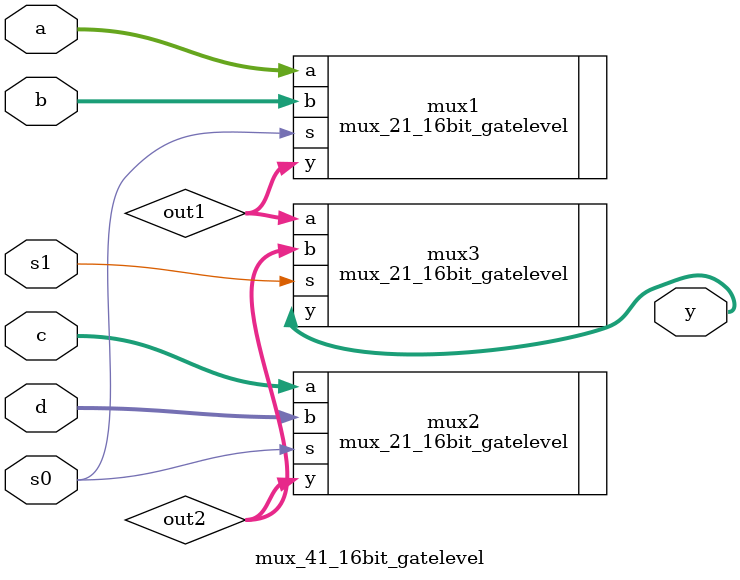
<source format=v>
module mux_41_16bit_gatelevel (y, s1, s0, a, b, c, d);

output [15:0] y;
input [15:0] a, b, c, d;
input s1, s0;

wire [15:0] out1, out2;

mux_21_16bit_gatelevel mux1 (.y(out1), .s(s0), .a(a), .b(b));
mux_21_16bit_gatelevel mux2 (.y(out2), .s(s0), .a(c), .b(d));
mux_21_16bit_gatelevel mux3 (.y(y), .s(s1), .a(out1), .b(out2));

endmodule
</source>
